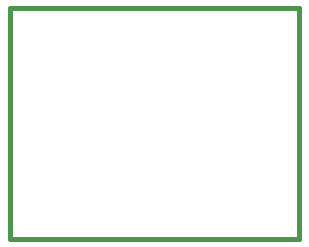
<source format=gko>
G04*
G04 #@! TF.GenerationSoftware,Altium Limited,Altium Designer,24.2.2 (26)*
G04*
G04 Layer_Color=16711935*
%FSLAX44Y44*%
%MOMM*%
G71*
G04*
G04 #@! TF.SameCoordinates,8C88FD55-5E28-4BF8-AC9A-47ACA7285848*
G04*
G04*
G04 #@! TF.FilePolarity,Positive*
G04*
G01*
G75*
%ADD52C,0.4000*%
D52*
X257500Y257500D02*
X502500D01*
Y452500D01*
X257500D02*
X502500D01*
X257500Y257500D02*
Y452500D01*
M02*

</source>
